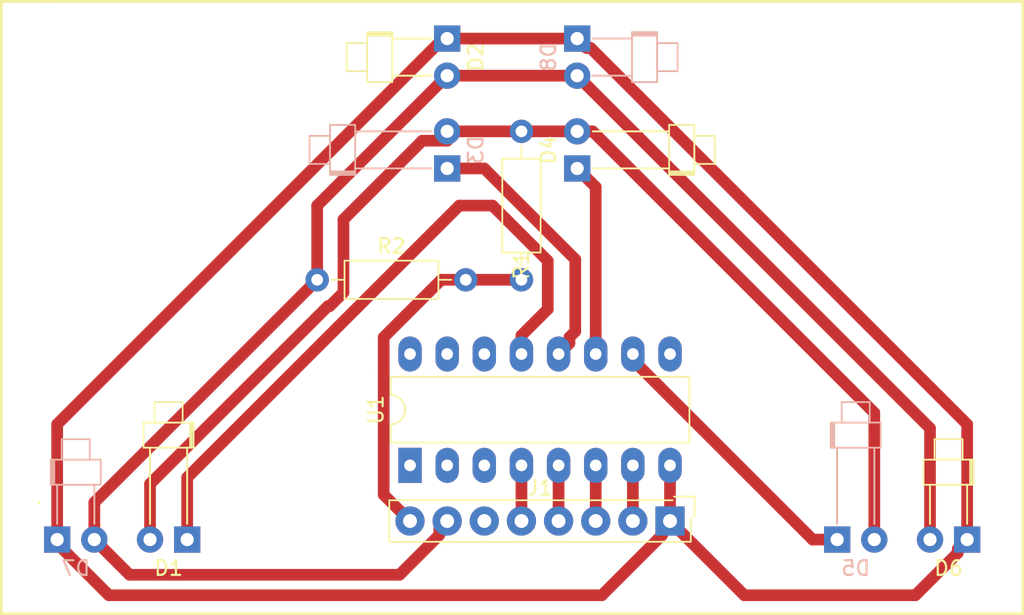
<source format=kicad_pcb>
(kicad_pcb (version 20170123) (host pcbnew no-vcs-found-75cda50~59~ubuntu16.04.1)

  (general
    (thickness 1.6)
    (drawings 7)
    (tracks 75)
    (zones 0)
    (modules 12)
    (nets 21)
  )

  (page A4)
  (layers
    (0 F.Cu signal)
    (31 B.Cu signal)
    (32 B.Adhes user)
    (33 F.Adhes user)
    (34 B.Paste user)
    (35 F.Paste user)
    (36 B.SilkS user)
    (37 F.SilkS user)
    (38 B.Mask user)
    (39 F.Mask user)
    (40 Dwgs.User user)
    (41 Cmts.User user)
    (42 Eco1.User user)
    (43 Eco2.User user)
    (44 Edge.Cuts user)
    (45 Margin user)
    (46 B.CrtYd user)
    (47 F.CrtYd user)
    (48 B.Fab user)
    (49 F.Fab user)
  )

  (setup
    (last_trace_width 0.8)
    (trace_clearance 0.6)
    (zone_clearance 0.508)
    (zone_45_only no)
    (trace_min 0.2)
    (segment_width 0.2)
    (edge_width 0.15)
    (via_size 0.8)
    (via_drill 0.4)
    (via_min_size 0.4)
    (via_min_drill 0.3)
    (uvia_size 0.3)
    (uvia_drill 0.1)
    (uvias_allowed no)
    (uvia_min_size 0.2)
    (uvia_min_drill 0.1)
    (pcb_text_width 0.3)
    (pcb_text_size 1.5 1.5)
    (mod_edge_width 0.15)
    (mod_text_size 1 1)
    (mod_text_width 0.15)
    (pad_size 1.524 1.524)
    (pad_drill 0.762)
    (pad_to_mask_clearance 0.2)
    (aux_axis_origin 0 0)
    (visible_elements FFFFFF7F)
    (pcbplotparams
      (layerselection 0x00030_ffffffff)
      (usegerberextensions false)
      (excludeedgelayer true)
      (linewidth 0.100000)
      (plotframeref false)
      (viasonmask false)
      (mode 1)
      (useauxorigin false)
      (hpglpennumber 1)
      (hpglpenspeed 20)
      (hpglpendiameter 15)
      (psnegative false)
      (psa4output false)
      (plotreference true)
      (plotvalue true)
      (plotinvisibletext false)
      (padsonsilk false)
      (subtractmaskfromsilk false)
      (outputformat 1)
      (mirror false)
      (drillshape 1)
      (scaleselection 1)
      (outputdirectory ""))
  )

  (net 0 "")
  (net 1 "Net-(D1-Pad2)")
  (net 2 "Net-(D1-Pad1)")
  (net 3 GND)
  (net 4 "Net-(D3-Pad1)")
  (net 5 "Net-(D4-Pad1)")
  (net 6 "Net-(D5-Pad1)")
  (net 7 +5V)
  (net 8 LED_FIZQ)
  (net 9 LED_FDER)
  (net 10 LED_IZQ)
  (net 11 "Net-(U1-Pad9)")
  (net 12 LED_DER)
  (net 13 SENSOR)
  (net 14 "Net-(J1-Pad6)")
  (net 15 "Net-(U1-Pad16)")
  (net 16 "Net-(U1-Pad15)")
  (net 17 "Net-(U1-Pad14)")
  (net 18 "Net-(U1-Pad3)")
  (net 19 "Net-(U1-Pad2)")
  (net 20 "Net-(U1-Pad1)")

  (net_class Default "This is the default net class."
    (clearance 0.6)
    (trace_width 0.8)
    (via_dia 0.8)
    (via_drill 0.4)
    (uvia_dia 0.3)
    (uvia_drill 0.1)
    (add_net +5V)
    (add_net GND)
    (add_net LED_DER)
    (add_net LED_FDER)
    (add_net LED_FIZQ)
    (add_net LED_IZQ)
    (add_net "Net-(D1-Pad1)")
    (add_net "Net-(D1-Pad2)")
    (add_net "Net-(D3-Pad1)")
    (add_net "Net-(D4-Pad1)")
    (add_net "Net-(D5-Pad1)")
    (add_net "Net-(J1-Pad6)")
    (add_net "Net-(U1-Pad1)")
    (add_net "Net-(U1-Pad14)")
    (add_net "Net-(U1-Pad15)")
    (add_net "Net-(U1-Pad16)")
    (add_net "Net-(U1-Pad2)")
    (add_net "Net-(U1-Pad3)")
    (add_net "Net-(U1-Pad9)")
    (add_net SENSOR)
  )

  (module LEDs:LED_D1.8mm_W1.8mm_H2.4mm_Horizontal_O6.35mm_Z1.6mm (layer F.Cu) (tedit 5880A863) (tstamp 5C66106B)
    (at 64.77 80.01 180)
    (descr "LED, ,  diameter 1.8mm size 1.8x2.4mm^2 z-position of LED center 1.6mm, 2 pins,  diameter 1.8mm size 1.8x2.4mm^2 z-position of LED center 1.6mm, 2 pins,  diameter 1.8mm size 1.8x2.4mm^2 z-position of LED center 1.6mm, 2 pins")
    (tags "LED   diameter 1.8mm size 1.8x2.4mm^2 z-position of LED center 1.6mm 2 pins  diameter 1.8mm size 1.8x2.4mm^2 z-position of LED center 1.6mm 2 pins  diameter 1.8mm size 1.8x2.4mm^2 z-position of LED center 1.6mm 2 pins")
    (path /5C65AC0F)
    (fp_text reference D1 (at 1.27 -1.96 180) (layer F.SilkS)
      (effects (font (size 1 1) (thickness 0.15)))
    )
    (fp_text value LED_DER (at 1.27 10.41 180) (layer F.Fab)
      (effects (font (size 1 1) (thickness 0.15)))
    )
    (fp_line (start 3.75 -1.25) (end -1.25 -1.25) (layer F.CrtYd) (width 0.05))
    (fp_line (start 3.75 9.7) (end 3.75 -1.25) (layer F.CrtYd) (width 0.05))
    (fp_line (start -1.25 9.7) (end 3.75 9.7) (layer F.CrtYd) (width 0.05))
    (fp_line (start -1.25 -1.25) (end -1.25 9.7) (layer F.CrtYd) (width 0.05))
    (fp_line (start 2.54 1.08) (end 2.54 1.08) (layer F.SilkS) (width 0.12))
    (fp_line (start 2.54 6.29) (end 2.54 1.08) (layer F.SilkS) (width 0.12))
    (fp_line (start 2.54 6.29) (end 2.54 6.29) (layer F.SilkS) (width 0.12))
    (fp_line (start 2.54 1.08) (end 2.54 6.29) (layer F.SilkS) (width 0.12))
    (fp_line (start 0 1.08) (end 0 1.08) (layer F.SilkS) (width 0.12))
    (fp_line (start 0 6.29) (end 0 1.08) (layer F.SilkS) (width 0.12))
    (fp_line (start 0 6.29) (end 0 6.29) (layer F.SilkS) (width 0.12))
    (fp_line (start 0 1.08) (end 0 6.29) (layer F.SilkS) (width 0.12))
    (fp_line (start 2.23 8.01) (end 0.31 8.01) (layer F.SilkS) (width 0.12))
    (fp_line (start 2.23 9.41) (end 2.23 8.01) (layer F.SilkS) (width 0.12))
    (fp_line (start 0.31 9.41) (end 2.23 9.41) (layer F.SilkS) (width 0.12))
    (fp_line (start 0.31 8.01) (end 0.31 9.41) (layer F.SilkS) (width 0.12))
    (fp_line (start -0.2 6.29) (end -0.2 8.01) (layer F.SilkS) (width 0.12))
    (fp_line (start -0.32 6.29) (end -0.32 8.01) (layer F.SilkS) (width 0.12))
    (fp_line (start 2.98 6.29) (end -0.44 6.29) (layer F.SilkS) (width 0.12))
    (fp_line (start 2.98 8.01) (end 2.98 6.29) (layer F.SilkS) (width 0.12))
    (fp_line (start -0.44 8.01) (end 2.98 8.01) (layer F.SilkS) (width 0.12))
    (fp_line (start -0.44 6.29) (end -0.44 8.01) (layer F.SilkS) (width 0.12))
    (fp_line (start 2.54 0) (end 2.54 0) (layer F.Fab) (width 0.1))
    (fp_line (start 2.54 6.35) (end 2.54 0) (layer F.Fab) (width 0.1))
    (fp_line (start 2.54 6.35) (end 2.54 6.35) (layer F.Fab) (width 0.1))
    (fp_line (start 2.54 0) (end 2.54 6.35) (layer F.Fab) (width 0.1))
    (fp_line (start 0 0) (end 0 0) (layer F.Fab) (width 0.1))
    (fp_line (start 0 6.35) (end 0 0) (layer F.Fab) (width 0.1))
    (fp_line (start 0 6.35) (end 0 6.35) (layer F.Fab) (width 0.1))
    (fp_line (start 0 0) (end 0 6.35) (layer F.Fab) (width 0.1))
    (fp_line (start 2.17 7.95) (end 0.37 7.95) (layer F.Fab) (width 0.1))
    (fp_line (start 2.17 9.35) (end 2.17 7.95) (layer F.Fab) (width 0.1))
    (fp_line (start 0.37 9.35) (end 2.17 9.35) (layer F.Fab) (width 0.1))
    (fp_line (start 0.37 7.95) (end 0.37 9.35) (layer F.Fab) (width 0.1))
    (fp_line (start 2.92 6.35) (end -0.38 6.35) (layer F.Fab) (width 0.1))
    (fp_line (start 2.92 7.95) (end 2.92 6.35) (layer F.Fab) (width 0.1))
    (fp_line (start -0.38 7.95) (end 2.92 7.95) (layer F.Fab) (width 0.1))
    (fp_line (start -0.38 6.35) (end -0.38 7.95) (layer F.Fab) (width 0.1))
    (pad 2 thru_hole circle (at 2.54 0 180) (size 1.8 1.8) (drill 0.9) (layers *.Cu *.Mask)
      (net 1 "Net-(D1-Pad2)"))
    (pad 1 thru_hole rect (at 0 0 180) (size 1.8 1.8) (drill 0.9) (layers *.Cu *.Mask)
      (net 2 "Net-(D1-Pad1)"))
    (model ${KISYS3DMOD}/LEDs.3dshapes/LED_D1.8mm_W1.8mm_H2.4mm_Horizontal_O6.35mm_Z1.6mm.wrl
      (at (xyz 0 0 0))
      (scale (xyz 0.393701 0.393701 0.393701))
      (rotate (xyz 0 0 0))
    )
  )

  (module LEDs:LED_D1.8mm_W1.8mm_H2.4mm_Horizontal_O3.81mm_Z1.6mm (layer F.Cu) (tedit 5880A863) (tstamp 5C661097)
    (at 82.55 45.72 270)
    (descr "LED, ,  diameter 1.8mm size 1.8x2.4mm^2 z-position of LED center 1.6mm, 2 pins,  diameter 1.8mm size 1.8x2.4mm^2 z-position of LED center 1.6mm, 2 pins")
    (tags "LED   diameter 1.8mm size 1.8x2.4mm^2 z-position of LED center 1.6mm 2 pins  diameter 1.8mm size 1.8x2.4mm^2 z-position of LED center 1.6mm 2 pins")
    (path /5C61C5FF)
    (fp_text reference D2 (at 1.27 -1.96 270) (layer F.SilkS)
      (effects (font (size 1 1) (thickness 0.15)))
    )
    (fp_text value SENSOR1 (at 1.27 7.87 270) (layer F.Fab)
      (effects (font (size 1 1) (thickness 0.15)))
    )
    (fp_line (start 3.75 -1.25) (end -1.25 -1.25) (layer F.CrtYd) (width 0.05))
    (fp_line (start 3.75 7.15) (end 3.75 -1.25) (layer F.CrtYd) (width 0.05))
    (fp_line (start -1.25 7.15) (end 3.75 7.15) (layer F.CrtYd) (width 0.05))
    (fp_line (start -1.25 -1.25) (end -1.25 7.15) (layer F.CrtYd) (width 0.05))
    (fp_line (start 2.54 1.08) (end 2.54 1.08) (layer F.SilkS) (width 0.12))
    (fp_line (start 2.54 3.75) (end 2.54 1.08) (layer F.SilkS) (width 0.12))
    (fp_line (start 2.54 3.75) (end 2.54 3.75) (layer F.SilkS) (width 0.12))
    (fp_line (start 2.54 1.08) (end 2.54 3.75) (layer F.SilkS) (width 0.12))
    (fp_line (start 0 1.08) (end 0 1.08) (layer F.SilkS) (width 0.12))
    (fp_line (start 0 3.75) (end 0 1.08) (layer F.SilkS) (width 0.12))
    (fp_line (start 0 3.75) (end 0 3.75) (layer F.SilkS) (width 0.12))
    (fp_line (start 0 1.08) (end 0 3.75) (layer F.SilkS) (width 0.12))
    (fp_line (start 2.23 5.47) (end 0.31 5.47) (layer F.SilkS) (width 0.12))
    (fp_line (start 2.23 6.87) (end 2.23 5.47) (layer F.SilkS) (width 0.12))
    (fp_line (start 0.31 6.87) (end 2.23 6.87) (layer F.SilkS) (width 0.12))
    (fp_line (start 0.31 5.47) (end 0.31 6.87) (layer F.SilkS) (width 0.12))
    (fp_line (start -0.2 3.75) (end -0.2 5.47) (layer F.SilkS) (width 0.12))
    (fp_line (start -0.32 3.75) (end -0.32 5.47) (layer F.SilkS) (width 0.12))
    (fp_line (start 2.98 3.75) (end -0.44 3.75) (layer F.SilkS) (width 0.12))
    (fp_line (start 2.98 5.47) (end 2.98 3.75) (layer F.SilkS) (width 0.12))
    (fp_line (start -0.44 5.47) (end 2.98 5.47) (layer F.SilkS) (width 0.12))
    (fp_line (start -0.44 3.75) (end -0.44 5.47) (layer F.SilkS) (width 0.12))
    (fp_line (start 2.54 0) (end 2.54 0) (layer F.Fab) (width 0.1))
    (fp_line (start 2.54 3.81) (end 2.54 0) (layer F.Fab) (width 0.1))
    (fp_line (start 2.54 3.81) (end 2.54 3.81) (layer F.Fab) (width 0.1))
    (fp_line (start 2.54 0) (end 2.54 3.81) (layer F.Fab) (width 0.1))
    (fp_line (start 0 0) (end 0 0) (layer F.Fab) (width 0.1))
    (fp_line (start 0 3.81) (end 0 0) (layer F.Fab) (width 0.1))
    (fp_line (start 0 3.81) (end 0 3.81) (layer F.Fab) (width 0.1))
    (fp_line (start 0 0) (end 0 3.81) (layer F.Fab) (width 0.1))
    (fp_line (start 2.17 5.41) (end 0.37 5.41) (layer F.Fab) (width 0.1))
    (fp_line (start 2.17 6.81) (end 2.17 5.41) (layer F.Fab) (width 0.1))
    (fp_line (start 0.37 6.81) (end 2.17 6.81) (layer F.Fab) (width 0.1))
    (fp_line (start 0.37 5.41) (end 0.37 6.81) (layer F.Fab) (width 0.1))
    (fp_line (start 2.92 3.81) (end -0.38 3.81) (layer F.Fab) (width 0.1))
    (fp_line (start 2.92 5.41) (end 2.92 3.81) (layer F.Fab) (width 0.1))
    (fp_line (start -0.38 5.41) (end 2.92 5.41) (layer F.Fab) (width 0.1))
    (fp_line (start -0.38 3.81) (end -0.38 5.41) (layer F.Fab) (width 0.1))
    (pad 2 thru_hole circle (at 2.54 0 270) (size 1.8 1.8) (drill 0.9) (layers *.Cu *.Mask)
      (net 13 SENSOR))
    (pad 1 thru_hole rect (at 0 0 270) (size 1.8 1.8) (drill 0.9) (layers *.Cu *.Mask)
      (net 3 GND))
    (model ${KISYS3DMOD}/LEDs.3dshapes/LED_D1.8mm_W1.8mm_H2.4mm_Horizontal_O3.81mm_Z1.6mm.wrl
      (at (xyz 0 0 0))
      (scale (xyz 0.393701 0.393701 0.393701))
      (rotate (xyz 0 0 0))
    )
  )

  (module LEDs:LED_D1.8mm_W1.8mm_H2.4mm_Horizontal_O6.35mm_Z1.6mm (layer B.Cu) (tedit 5880A863) (tstamp 5C6610C3)
    (at 82.55 54.61 90)
    (descr "LED, ,  diameter 1.8mm size 1.8x2.4mm^2 z-position of LED center 1.6mm, 2 pins,  diameter 1.8mm size 1.8x2.4mm^2 z-position of LED center 1.6mm, 2 pins,  diameter 1.8mm size 1.8x2.4mm^2 z-position of LED center 1.6mm, 2 pins")
    (tags "LED   diameter 1.8mm size 1.8x2.4mm^2 z-position of LED center 1.6mm 2 pins  diameter 1.8mm size 1.8x2.4mm^2 z-position of LED center 1.6mm 2 pins  diameter 1.8mm size 1.8x2.4mm^2 z-position of LED center 1.6mm 2 pins")
    (path /5C65BD70)
    (fp_text reference D3 (at 1.27 1.96 90) (layer B.SilkS)
      (effects (font (size 1 1) (thickness 0.15)) (justify mirror))
    )
    (fp_text value LED_IZQ (at 1.27 -10.41 90) (layer B.Fab)
      (effects (font (size 1 1) (thickness 0.15)) (justify mirror))
    )
    (fp_line (start -0.38 -6.35) (end -0.38 -7.95) (layer B.Fab) (width 0.1))
    (fp_line (start -0.38 -7.95) (end 2.92 -7.95) (layer B.Fab) (width 0.1))
    (fp_line (start 2.92 -7.95) (end 2.92 -6.35) (layer B.Fab) (width 0.1))
    (fp_line (start 2.92 -6.35) (end -0.38 -6.35) (layer B.Fab) (width 0.1))
    (fp_line (start 0.37 -7.95) (end 0.37 -9.35) (layer B.Fab) (width 0.1))
    (fp_line (start 0.37 -9.35) (end 2.17 -9.35) (layer B.Fab) (width 0.1))
    (fp_line (start 2.17 -9.35) (end 2.17 -7.95) (layer B.Fab) (width 0.1))
    (fp_line (start 2.17 -7.95) (end 0.37 -7.95) (layer B.Fab) (width 0.1))
    (fp_line (start 0 0) (end 0 -6.35) (layer B.Fab) (width 0.1))
    (fp_line (start 0 -6.35) (end 0 -6.35) (layer B.Fab) (width 0.1))
    (fp_line (start 0 -6.35) (end 0 0) (layer B.Fab) (width 0.1))
    (fp_line (start 0 0) (end 0 0) (layer B.Fab) (width 0.1))
    (fp_line (start 2.54 0) (end 2.54 -6.35) (layer B.Fab) (width 0.1))
    (fp_line (start 2.54 -6.35) (end 2.54 -6.35) (layer B.Fab) (width 0.1))
    (fp_line (start 2.54 -6.35) (end 2.54 0) (layer B.Fab) (width 0.1))
    (fp_line (start 2.54 0) (end 2.54 0) (layer B.Fab) (width 0.1))
    (fp_line (start -0.44 -6.29) (end -0.44 -8.01) (layer B.SilkS) (width 0.12))
    (fp_line (start -0.44 -8.01) (end 2.98 -8.01) (layer B.SilkS) (width 0.12))
    (fp_line (start 2.98 -8.01) (end 2.98 -6.29) (layer B.SilkS) (width 0.12))
    (fp_line (start 2.98 -6.29) (end -0.44 -6.29) (layer B.SilkS) (width 0.12))
    (fp_line (start -0.32 -6.29) (end -0.32 -8.01) (layer B.SilkS) (width 0.12))
    (fp_line (start -0.2 -6.29) (end -0.2 -8.01) (layer B.SilkS) (width 0.12))
    (fp_line (start 0.31 -8.01) (end 0.31 -9.41) (layer B.SilkS) (width 0.12))
    (fp_line (start 0.31 -9.41) (end 2.23 -9.41) (layer B.SilkS) (width 0.12))
    (fp_line (start 2.23 -9.41) (end 2.23 -8.01) (layer B.SilkS) (width 0.12))
    (fp_line (start 2.23 -8.01) (end 0.31 -8.01) (layer B.SilkS) (width 0.12))
    (fp_line (start 0 -1.08) (end 0 -6.29) (layer B.SilkS) (width 0.12))
    (fp_line (start 0 -6.29) (end 0 -6.29) (layer B.SilkS) (width 0.12))
    (fp_line (start 0 -6.29) (end 0 -1.08) (layer B.SilkS) (width 0.12))
    (fp_line (start 0 -1.08) (end 0 -1.08) (layer B.SilkS) (width 0.12))
    (fp_line (start 2.54 -1.08) (end 2.54 -6.29) (layer B.SilkS) (width 0.12))
    (fp_line (start 2.54 -6.29) (end 2.54 -6.29) (layer B.SilkS) (width 0.12))
    (fp_line (start 2.54 -6.29) (end 2.54 -1.08) (layer B.SilkS) (width 0.12))
    (fp_line (start 2.54 -1.08) (end 2.54 -1.08) (layer B.SilkS) (width 0.12))
    (fp_line (start -1.25 1.25) (end -1.25 -9.7) (layer B.CrtYd) (width 0.05))
    (fp_line (start -1.25 -9.7) (end 3.75 -9.7) (layer B.CrtYd) (width 0.05))
    (fp_line (start 3.75 -9.7) (end 3.75 1.25) (layer B.CrtYd) (width 0.05))
    (fp_line (start 3.75 1.25) (end -1.25 1.25) (layer B.CrtYd) (width 0.05))
    (pad 1 thru_hole rect (at 0 0 90) (size 1.8 1.8) (drill 0.9) (layers *.Cu *.Mask)
      (net 4 "Net-(D3-Pad1)"))
    (pad 2 thru_hole circle (at 2.54 0 90) (size 1.8 1.8) (drill 0.9) (layers *.Cu *.Mask)
      (net 1 "Net-(D1-Pad2)"))
    (model ${KISYS3DMOD}/LEDs.3dshapes/LED_D1.8mm_W1.8mm_H2.4mm_Horizontal_O6.35mm_Z1.6mm.wrl
      (at (xyz 0 0 0))
      (scale (xyz 0.393701 0.393701 0.393701))
      (rotate (xyz 0 0 0))
    )
  )

  (module LEDs:LED_D1.8mm_W1.8mm_H2.4mm_Horizontal_O6.35mm_Z1.6mm (layer F.Cu) (tedit 5880A863) (tstamp 5C6610EF)
    (at 91.44 54.61 90)
    (descr "LED, ,  diameter 1.8mm size 1.8x2.4mm^2 z-position of LED center 1.6mm, 2 pins,  diameter 1.8mm size 1.8x2.4mm^2 z-position of LED center 1.6mm, 2 pins,  diameter 1.8mm size 1.8x2.4mm^2 z-position of LED center 1.6mm, 2 pins")
    (tags "LED   diameter 1.8mm size 1.8x2.4mm^2 z-position of LED center 1.6mm 2 pins  diameter 1.8mm size 1.8x2.4mm^2 z-position of LED center 1.6mm 2 pins  diameter 1.8mm size 1.8x2.4mm^2 z-position of LED center 1.6mm 2 pins")
    (path /5C65BE9A)
    (fp_text reference D4 (at 1.27 -1.96 90) (layer F.SilkS)
      (effects (font (size 1 1) (thickness 0.15)))
    )
    (fp_text value LED_FDER (at 1.27 10.41 90) (layer F.Fab)
      (effects (font (size 1 1) (thickness 0.15)))
    )
    (fp_line (start 3.75 -1.25) (end -1.25 -1.25) (layer F.CrtYd) (width 0.05))
    (fp_line (start 3.75 9.7) (end 3.75 -1.25) (layer F.CrtYd) (width 0.05))
    (fp_line (start -1.25 9.7) (end 3.75 9.7) (layer F.CrtYd) (width 0.05))
    (fp_line (start -1.25 -1.25) (end -1.25 9.7) (layer F.CrtYd) (width 0.05))
    (fp_line (start 2.54 1.08) (end 2.54 1.08) (layer F.SilkS) (width 0.12))
    (fp_line (start 2.54 6.29) (end 2.54 1.08) (layer F.SilkS) (width 0.12))
    (fp_line (start 2.54 6.29) (end 2.54 6.29) (layer F.SilkS) (width 0.12))
    (fp_line (start 2.54 1.08) (end 2.54 6.29) (layer F.SilkS) (width 0.12))
    (fp_line (start 0 1.08) (end 0 1.08) (layer F.SilkS) (width 0.12))
    (fp_line (start 0 6.29) (end 0 1.08) (layer F.SilkS) (width 0.12))
    (fp_line (start 0 6.29) (end 0 6.29) (layer F.SilkS) (width 0.12))
    (fp_line (start 0 1.08) (end 0 6.29) (layer F.SilkS) (width 0.12))
    (fp_line (start 2.23 8.01) (end 0.31 8.01) (layer F.SilkS) (width 0.12))
    (fp_line (start 2.23 9.41) (end 2.23 8.01) (layer F.SilkS) (width 0.12))
    (fp_line (start 0.31 9.41) (end 2.23 9.41) (layer F.SilkS) (width 0.12))
    (fp_line (start 0.31 8.01) (end 0.31 9.41) (layer F.SilkS) (width 0.12))
    (fp_line (start -0.2 6.29) (end -0.2 8.01) (layer F.SilkS) (width 0.12))
    (fp_line (start -0.32 6.29) (end -0.32 8.01) (layer F.SilkS) (width 0.12))
    (fp_line (start 2.98 6.29) (end -0.44 6.29) (layer F.SilkS) (width 0.12))
    (fp_line (start 2.98 8.01) (end 2.98 6.29) (layer F.SilkS) (width 0.12))
    (fp_line (start -0.44 8.01) (end 2.98 8.01) (layer F.SilkS) (width 0.12))
    (fp_line (start -0.44 6.29) (end -0.44 8.01) (layer F.SilkS) (width 0.12))
    (fp_line (start 2.54 0) (end 2.54 0) (layer F.Fab) (width 0.1))
    (fp_line (start 2.54 6.35) (end 2.54 0) (layer F.Fab) (width 0.1))
    (fp_line (start 2.54 6.35) (end 2.54 6.35) (layer F.Fab) (width 0.1))
    (fp_line (start 2.54 0) (end 2.54 6.35) (layer F.Fab) (width 0.1))
    (fp_line (start 0 0) (end 0 0) (layer F.Fab) (width 0.1))
    (fp_line (start 0 6.35) (end 0 0) (layer F.Fab) (width 0.1))
    (fp_line (start 0 6.35) (end 0 6.35) (layer F.Fab) (width 0.1))
    (fp_line (start 0 0) (end 0 6.35) (layer F.Fab) (width 0.1))
    (fp_line (start 2.17 7.95) (end 0.37 7.95) (layer F.Fab) (width 0.1))
    (fp_line (start 2.17 9.35) (end 2.17 7.95) (layer F.Fab) (width 0.1))
    (fp_line (start 0.37 9.35) (end 2.17 9.35) (layer F.Fab) (width 0.1))
    (fp_line (start 0.37 7.95) (end 0.37 9.35) (layer F.Fab) (width 0.1))
    (fp_line (start 2.92 6.35) (end -0.38 6.35) (layer F.Fab) (width 0.1))
    (fp_line (start 2.92 7.95) (end 2.92 6.35) (layer F.Fab) (width 0.1))
    (fp_line (start -0.38 7.95) (end 2.92 7.95) (layer F.Fab) (width 0.1))
    (fp_line (start -0.38 6.35) (end -0.38 7.95) (layer F.Fab) (width 0.1))
    (pad 2 thru_hole circle (at 2.54 0 90) (size 1.8 1.8) (drill 0.9) (layers *.Cu *.Mask)
      (net 1 "Net-(D1-Pad2)"))
    (pad 1 thru_hole rect (at 0 0 90) (size 1.8 1.8) (drill 0.9) (layers *.Cu *.Mask)
      (net 5 "Net-(D4-Pad1)"))
    (model ${KISYS3DMOD}/LEDs.3dshapes/LED_D1.8mm_W1.8mm_H2.4mm_Horizontal_O6.35mm_Z1.6mm.wrl
      (at (xyz 0 0 0))
      (scale (xyz 0.393701 0.393701 0.393701))
      (rotate (xyz 0 0 0))
    )
  )

  (module LEDs:LED_D1.8mm_W1.8mm_H2.4mm_Horizontal_O6.35mm_Z1.6mm (layer B.Cu) (tedit 5880A863) (tstamp 5C66111B)
    (at 109.22 80.01)
    (descr "LED, ,  diameter 1.8mm size 1.8x2.4mm^2 z-position of LED center 1.6mm, 2 pins,  diameter 1.8mm size 1.8x2.4mm^2 z-position of LED center 1.6mm, 2 pins,  diameter 1.8mm size 1.8x2.4mm^2 z-position of LED center 1.6mm, 2 pins")
    (tags "LED   diameter 1.8mm size 1.8x2.4mm^2 z-position of LED center 1.6mm 2 pins  diameter 1.8mm size 1.8x2.4mm^2 z-position of LED center 1.6mm 2 pins  diameter 1.8mm size 1.8x2.4mm^2 z-position of LED center 1.6mm 2 pins")
    (path /5C65BEE6)
    (fp_text reference D5 (at 1.27 1.96) (layer B.SilkS)
      (effects (font (size 1 1) (thickness 0.15)) (justify mirror))
    )
    (fp_text value LED_FIZQ (at 1.27 -10.41) (layer B.Fab)
      (effects (font (size 1 1) (thickness 0.15)) (justify mirror))
    )
    (fp_line (start -0.38 -6.35) (end -0.38 -7.95) (layer B.Fab) (width 0.1))
    (fp_line (start -0.38 -7.95) (end 2.92 -7.95) (layer B.Fab) (width 0.1))
    (fp_line (start 2.92 -7.95) (end 2.92 -6.35) (layer B.Fab) (width 0.1))
    (fp_line (start 2.92 -6.35) (end -0.38 -6.35) (layer B.Fab) (width 0.1))
    (fp_line (start 0.37 -7.95) (end 0.37 -9.35) (layer B.Fab) (width 0.1))
    (fp_line (start 0.37 -9.35) (end 2.17 -9.35) (layer B.Fab) (width 0.1))
    (fp_line (start 2.17 -9.35) (end 2.17 -7.95) (layer B.Fab) (width 0.1))
    (fp_line (start 2.17 -7.95) (end 0.37 -7.95) (layer B.Fab) (width 0.1))
    (fp_line (start 0 0) (end 0 -6.35) (layer B.Fab) (width 0.1))
    (fp_line (start 0 -6.35) (end 0 -6.35) (layer B.Fab) (width 0.1))
    (fp_line (start 0 -6.35) (end 0 0) (layer B.Fab) (width 0.1))
    (fp_line (start 0 0) (end 0 0) (layer B.Fab) (width 0.1))
    (fp_line (start 2.54 0) (end 2.54 -6.35) (layer B.Fab) (width 0.1))
    (fp_line (start 2.54 -6.35) (end 2.54 -6.35) (layer B.Fab) (width 0.1))
    (fp_line (start 2.54 -6.35) (end 2.54 0) (layer B.Fab) (width 0.1))
    (fp_line (start 2.54 0) (end 2.54 0) (layer B.Fab) (width 0.1))
    (fp_line (start -0.44 -6.29) (end -0.44 -8.01) (layer B.SilkS) (width 0.12))
    (fp_line (start -0.44 -8.01) (end 2.98 -8.01) (layer B.SilkS) (width 0.12))
    (fp_line (start 2.98 -8.01) (end 2.98 -6.29) (layer B.SilkS) (width 0.12))
    (fp_line (start 2.98 -6.29) (end -0.44 -6.29) (layer B.SilkS) (width 0.12))
    (fp_line (start -0.32 -6.29) (end -0.32 -8.01) (layer B.SilkS) (width 0.12))
    (fp_line (start -0.2 -6.29) (end -0.2 -8.01) (layer B.SilkS) (width 0.12))
    (fp_line (start 0.31 -8.01) (end 0.31 -9.41) (layer B.SilkS) (width 0.12))
    (fp_line (start 0.31 -9.41) (end 2.23 -9.41) (layer B.SilkS) (width 0.12))
    (fp_line (start 2.23 -9.41) (end 2.23 -8.01) (layer B.SilkS) (width 0.12))
    (fp_line (start 2.23 -8.01) (end 0.31 -8.01) (layer B.SilkS) (width 0.12))
    (fp_line (start 0 -1.08) (end 0 -6.29) (layer B.SilkS) (width 0.12))
    (fp_line (start 0 -6.29) (end 0 -6.29) (layer B.SilkS) (width 0.12))
    (fp_line (start 0 -6.29) (end 0 -1.08) (layer B.SilkS) (width 0.12))
    (fp_line (start 0 -1.08) (end 0 -1.08) (layer B.SilkS) (width 0.12))
    (fp_line (start 2.54 -1.08) (end 2.54 -6.29) (layer B.SilkS) (width 0.12))
    (fp_line (start 2.54 -6.29) (end 2.54 -6.29) (layer B.SilkS) (width 0.12))
    (fp_line (start 2.54 -6.29) (end 2.54 -1.08) (layer B.SilkS) (width 0.12))
    (fp_line (start 2.54 -1.08) (end 2.54 -1.08) (layer B.SilkS) (width 0.12))
    (fp_line (start -1.25 1.25) (end -1.25 -9.7) (layer B.CrtYd) (width 0.05))
    (fp_line (start -1.25 -9.7) (end 3.75 -9.7) (layer B.CrtYd) (width 0.05))
    (fp_line (start 3.75 -9.7) (end 3.75 1.25) (layer B.CrtYd) (width 0.05))
    (fp_line (start 3.75 1.25) (end -1.25 1.25) (layer B.CrtYd) (width 0.05))
    (pad 1 thru_hole rect (at 0 0) (size 1.8 1.8) (drill 0.9) (layers *.Cu *.Mask)
      (net 6 "Net-(D5-Pad1)"))
    (pad 2 thru_hole circle (at 2.54 0) (size 1.8 1.8) (drill 0.9) (layers *.Cu *.Mask)
      (net 1 "Net-(D1-Pad2)"))
    (model ${KISYS3DMOD}/LEDs.3dshapes/LED_D1.8mm_W1.8mm_H2.4mm_Horizontal_O6.35mm_Z1.6mm.wrl
      (at (xyz 0 0 0))
      (scale (xyz 0.393701 0.393701 0.393701))
      (rotate (xyz 0 0 0))
    )
  )

  (module LEDs:LED_D1.8mm_W1.8mm_H2.4mm_Horizontal_O3.81mm_Z1.6mm (layer F.Cu) (tedit 5880A863) (tstamp 5C661147)
    (at 118.11 80.01 180)
    (descr "LED, ,  diameter 1.8mm size 1.8x2.4mm^2 z-position of LED center 1.6mm, 2 pins,  diameter 1.8mm size 1.8x2.4mm^2 z-position of LED center 1.6mm, 2 pins")
    (tags "LED   diameter 1.8mm size 1.8x2.4mm^2 z-position of LED center 1.6mm 2 pins  diameter 1.8mm size 1.8x2.4mm^2 z-position of LED center 1.6mm 2 pins")
    (path /5C65C0E3)
    (fp_text reference D6 (at 1.27 -1.96 180) (layer F.SilkS)
      (effects (font (size 1 1) (thickness 0.15)))
    )
    (fp_text value SENSOR2 (at 1.27 7.87 180) (layer F.Fab)
      (effects (font (size 1 1) (thickness 0.15)))
    )
    (fp_line (start -0.38 3.81) (end -0.38 5.41) (layer F.Fab) (width 0.1))
    (fp_line (start -0.38 5.41) (end 2.92 5.41) (layer F.Fab) (width 0.1))
    (fp_line (start 2.92 5.41) (end 2.92 3.81) (layer F.Fab) (width 0.1))
    (fp_line (start 2.92 3.81) (end -0.38 3.81) (layer F.Fab) (width 0.1))
    (fp_line (start 0.37 5.41) (end 0.37 6.81) (layer F.Fab) (width 0.1))
    (fp_line (start 0.37 6.81) (end 2.17 6.81) (layer F.Fab) (width 0.1))
    (fp_line (start 2.17 6.81) (end 2.17 5.41) (layer F.Fab) (width 0.1))
    (fp_line (start 2.17 5.41) (end 0.37 5.41) (layer F.Fab) (width 0.1))
    (fp_line (start 0 0) (end 0 3.81) (layer F.Fab) (width 0.1))
    (fp_line (start 0 3.81) (end 0 3.81) (layer F.Fab) (width 0.1))
    (fp_line (start 0 3.81) (end 0 0) (layer F.Fab) (width 0.1))
    (fp_line (start 0 0) (end 0 0) (layer F.Fab) (width 0.1))
    (fp_line (start 2.54 0) (end 2.54 3.81) (layer F.Fab) (width 0.1))
    (fp_line (start 2.54 3.81) (end 2.54 3.81) (layer F.Fab) (width 0.1))
    (fp_line (start 2.54 3.81) (end 2.54 0) (layer F.Fab) (width 0.1))
    (fp_line (start 2.54 0) (end 2.54 0) (layer F.Fab) (width 0.1))
    (fp_line (start -0.44 3.75) (end -0.44 5.47) (layer F.SilkS) (width 0.12))
    (fp_line (start -0.44 5.47) (end 2.98 5.47) (layer F.SilkS) (width 0.12))
    (fp_line (start 2.98 5.47) (end 2.98 3.75) (layer F.SilkS) (width 0.12))
    (fp_line (start 2.98 3.75) (end -0.44 3.75) (layer F.SilkS) (width 0.12))
    (fp_line (start -0.32 3.75) (end -0.32 5.47) (layer F.SilkS) (width 0.12))
    (fp_line (start -0.2 3.75) (end -0.2 5.47) (layer F.SilkS) (width 0.12))
    (fp_line (start 0.31 5.47) (end 0.31 6.87) (layer F.SilkS) (width 0.12))
    (fp_line (start 0.31 6.87) (end 2.23 6.87) (layer F.SilkS) (width 0.12))
    (fp_line (start 2.23 6.87) (end 2.23 5.47) (layer F.SilkS) (width 0.12))
    (fp_line (start 2.23 5.47) (end 0.31 5.47) (layer F.SilkS) (width 0.12))
    (fp_line (start 0 1.08) (end 0 3.75) (layer F.SilkS) (width 0.12))
    (fp_line (start 0 3.75) (end 0 3.75) (layer F.SilkS) (width 0.12))
    (fp_line (start 0 3.75) (end 0 1.08) (layer F.SilkS) (width 0.12))
    (fp_line (start 0 1.08) (end 0 1.08) (layer F.SilkS) (width 0.12))
    (fp_line (start 2.54 1.08) (end 2.54 3.75) (layer F.SilkS) (width 0.12))
    (fp_line (start 2.54 3.75) (end 2.54 3.75) (layer F.SilkS) (width 0.12))
    (fp_line (start 2.54 3.75) (end 2.54 1.08) (layer F.SilkS) (width 0.12))
    (fp_line (start 2.54 1.08) (end 2.54 1.08) (layer F.SilkS) (width 0.12))
    (fp_line (start -1.25 -1.25) (end -1.25 7.15) (layer F.CrtYd) (width 0.05))
    (fp_line (start -1.25 7.15) (end 3.75 7.15) (layer F.CrtYd) (width 0.05))
    (fp_line (start 3.75 7.15) (end 3.75 -1.25) (layer F.CrtYd) (width 0.05))
    (fp_line (start 3.75 -1.25) (end -1.25 -1.25) (layer F.CrtYd) (width 0.05))
    (pad 1 thru_hole rect (at 0 0 180) (size 1.8 1.8) (drill 0.9) (layers *.Cu *.Mask)
      (net 3 GND))
    (pad 2 thru_hole circle (at 2.54 0 180) (size 1.8 1.8) (drill 0.9) (layers *.Cu *.Mask)
      (net 13 SENSOR))
    (model ${KISYS3DMOD}/LEDs.3dshapes/LED_D1.8mm_W1.8mm_H2.4mm_Horizontal_O3.81mm_Z1.6mm.wrl
      (at (xyz 0 0 0))
      (scale (xyz 0.393701 0.393701 0.393701))
      (rotate (xyz 0 0 0))
    )
  )

  (module LEDs:LED_D1.8mm_W1.8mm_H2.4mm_Horizontal_O3.81mm_Z1.6mm (layer B.Cu) (tedit 5880A863) (tstamp 5C661173)
    (at 55.88 80.01)
    (descr "LED, ,  diameter 1.8mm size 1.8x2.4mm^2 z-position of LED center 1.6mm, 2 pins,  diameter 1.8mm size 1.8x2.4mm^2 z-position of LED center 1.6mm, 2 pins")
    (tags "LED   diameter 1.8mm size 1.8x2.4mm^2 z-position of LED center 1.6mm 2 pins  diameter 1.8mm size 1.8x2.4mm^2 z-position of LED center 1.6mm 2 pins")
    (path /5C65C0F4)
    (fp_text reference D7 (at 1.27 1.96) (layer B.SilkS)
      (effects (font (size 1 1) (thickness 0.15)) (justify mirror))
    )
    (fp_text value SENSOR3 (at 1.27 -7.87) (layer B.Fab)
      (effects (font (size 1 1) (thickness 0.15)) (justify mirror))
    )
    (fp_line (start 3.75 1.25) (end -1.25 1.25) (layer B.CrtYd) (width 0.05))
    (fp_line (start 3.75 -7.15) (end 3.75 1.25) (layer B.CrtYd) (width 0.05))
    (fp_line (start -1.25 -7.15) (end 3.75 -7.15) (layer B.CrtYd) (width 0.05))
    (fp_line (start -1.25 1.25) (end -1.25 -7.15) (layer B.CrtYd) (width 0.05))
    (fp_line (start 2.54 -1.08) (end 2.54 -1.08) (layer B.SilkS) (width 0.12))
    (fp_line (start 2.54 -3.75) (end 2.54 -1.08) (layer B.SilkS) (width 0.12))
    (fp_line (start 2.54 -3.75) (end 2.54 -3.75) (layer B.SilkS) (width 0.12))
    (fp_line (start 2.54 -1.08) (end 2.54 -3.75) (layer B.SilkS) (width 0.12))
    (fp_line (start 0 -1.08) (end 0 -1.08) (layer B.SilkS) (width 0.12))
    (fp_line (start 0 -3.75) (end 0 -1.08) (layer B.SilkS) (width 0.12))
    (fp_line (start 0 -3.75) (end 0 -3.75) (layer B.SilkS) (width 0.12))
    (fp_line (start 0 -1.08) (end 0 -3.75) (layer B.SilkS) (width 0.12))
    (fp_line (start 2.23 -5.47) (end 0.31 -5.47) (layer B.SilkS) (width 0.12))
    (fp_line (start 2.23 -6.87) (end 2.23 -5.47) (layer B.SilkS) (width 0.12))
    (fp_line (start 0.31 -6.87) (end 2.23 -6.87) (layer B.SilkS) (width 0.12))
    (fp_line (start 0.31 -5.47) (end 0.31 -6.87) (layer B.SilkS) (width 0.12))
    (fp_line (start -0.2 -3.75) (end -0.2 -5.47) (layer B.SilkS) (width 0.12))
    (fp_line (start -0.32 -3.75) (end -0.32 -5.47) (layer B.SilkS) (width 0.12))
    (fp_line (start 2.98 -3.75) (end -0.44 -3.75) (layer B.SilkS) (width 0.12))
    (fp_line (start 2.98 -5.47) (end 2.98 -3.75) (layer B.SilkS) (width 0.12))
    (fp_line (start -0.44 -5.47) (end 2.98 -5.47) (layer B.SilkS) (width 0.12))
    (fp_line (start -0.44 -3.75) (end -0.44 -5.47) (layer B.SilkS) (width 0.12))
    (fp_line (start 2.54 0) (end 2.54 0) (layer B.Fab) (width 0.1))
    (fp_line (start 2.54 -3.81) (end 2.54 0) (layer B.Fab) (width 0.1))
    (fp_line (start 2.54 -3.81) (end 2.54 -3.81) (layer B.Fab) (width 0.1))
    (fp_line (start 2.54 0) (end 2.54 -3.81) (layer B.Fab) (width 0.1))
    (fp_line (start 0 0) (end 0 0) (layer B.Fab) (width 0.1))
    (fp_line (start 0 -3.81) (end 0 0) (layer B.Fab) (width 0.1))
    (fp_line (start 0 -3.81) (end 0 -3.81) (layer B.Fab) (width 0.1))
    (fp_line (start 0 0) (end 0 -3.81) (layer B.Fab) (width 0.1))
    (fp_line (start 2.17 -5.41) (end 0.37 -5.41) (layer B.Fab) (width 0.1))
    (fp_line (start 2.17 -6.81) (end 2.17 -5.41) (layer B.Fab) (width 0.1))
    (fp_line (start 0.37 -6.81) (end 2.17 -6.81) (layer B.Fab) (width 0.1))
    (fp_line (start 0.37 -5.41) (end 0.37 -6.81) (layer B.Fab) (width 0.1))
    (fp_line (start 2.92 -3.81) (end -0.38 -3.81) (layer B.Fab) (width 0.1))
    (fp_line (start 2.92 -5.41) (end 2.92 -3.81) (layer B.Fab) (width 0.1))
    (fp_line (start -0.38 -5.41) (end 2.92 -5.41) (layer B.Fab) (width 0.1))
    (fp_line (start -0.38 -3.81) (end -0.38 -5.41) (layer B.Fab) (width 0.1))
    (pad 2 thru_hole circle (at 2.54 0) (size 1.8 1.8) (drill 0.9) (layers *.Cu *.Mask)
      (net 13 SENSOR))
    (pad 1 thru_hole rect (at 0 0) (size 1.8 1.8) (drill 0.9) (layers *.Cu *.Mask)
      (net 3 GND))
    (model ${KISYS3DMOD}/LEDs.3dshapes/LED_D1.8mm_W1.8mm_H2.4mm_Horizontal_O3.81mm_Z1.6mm.wrl
      (at (xyz 0 0 0))
      (scale (xyz 0.393701 0.393701 0.393701))
      (rotate (xyz 0 0 0))
    )
  )

  (module LEDs:LED_D1.8mm_W1.8mm_H2.4mm_Horizontal_O3.81mm_Z1.6mm (layer B.Cu) (tedit 5880A863) (tstamp 5C66119F)
    (at 91.44 45.72 270)
    (descr "LED, ,  diameter 1.8mm size 1.8x2.4mm^2 z-position of LED center 1.6mm, 2 pins,  diameter 1.8mm size 1.8x2.4mm^2 z-position of LED center 1.6mm, 2 pins")
    (tags "LED   diameter 1.8mm size 1.8x2.4mm^2 z-position of LED center 1.6mm 2 pins  diameter 1.8mm size 1.8x2.4mm^2 z-position of LED center 1.6mm 2 pins")
    (path /5C65C105)
    (fp_text reference D8 (at 1.27 1.96 270) (layer B.SilkS)
      (effects (font (size 1 1) (thickness 0.15)) (justify mirror))
    )
    (fp_text value SENSOR4 (at 1.27 -7.87 270) (layer B.Fab)
      (effects (font (size 1 1) (thickness 0.15)) (justify mirror))
    )
    (fp_line (start -0.38 -3.81) (end -0.38 -5.41) (layer B.Fab) (width 0.1))
    (fp_line (start -0.38 -5.41) (end 2.92 -5.41) (layer B.Fab) (width 0.1))
    (fp_line (start 2.92 -5.41) (end 2.92 -3.81) (layer B.Fab) (width 0.1))
    (fp_line (start 2.92 -3.81) (end -0.38 -3.81) (layer B.Fab) (width 0.1))
    (fp_line (start 0.37 -5.41) (end 0.37 -6.81) (layer B.Fab) (width 0.1))
    (fp_line (start 0.37 -6.81) (end 2.17 -6.81) (layer B.Fab) (width 0.1))
    (fp_line (start 2.17 -6.81) (end 2.17 -5.41) (layer B.Fab) (width 0.1))
    (fp_line (start 2.17 -5.41) (end 0.37 -5.41) (layer B.Fab) (width 0.1))
    (fp_line (start 0 0) (end 0 -3.81) (layer B.Fab) (width 0.1))
    (fp_line (start 0 -3.81) (end 0 -3.81) (layer B.Fab) (width 0.1))
    (fp_line (start 0 -3.81) (end 0 0) (layer B.Fab) (width 0.1))
    (fp_line (start 0 0) (end 0 0) (layer B.Fab) (width 0.1))
    (fp_line (start 2.54 0) (end 2.54 -3.81) (layer B.Fab) (width 0.1))
    (fp_line (start 2.54 -3.81) (end 2.54 -3.81) (layer B.Fab) (width 0.1))
    (fp_line (start 2.54 -3.81) (end 2.54 0) (layer B.Fab) (width 0.1))
    (fp_line (start 2.54 0) (end 2.54 0) (layer B.Fab) (width 0.1))
    (fp_line (start -0.44 -3.75) (end -0.44 -5.47) (layer B.SilkS) (width 0.12))
    (fp_line (start -0.44 -5.47) (end 2.98 -5.47) (layer B.SilkS) (width 0.12))
    (fp_line (start 2.98 -5.47) (end 2.98 -3.75) (layer B.SilkS) (width 0.12))
    (fp_line (start 2.98 -3.75) (end -0.44 -3.75) (layer B.SilkS) (width 0.12))
    (fp_line (start -0.32 -3.75) (end -0.32 -5.47) (layer B.SilkS) (width 0.12))
    (fp_line (start -0.2 -3.75) (end -0.2 -5.47) (layer B.SilkS) (width 0.12))
    (fp_line (start 0.31 -5.47) (end 0.31 -6.87) (layer B.SilkS) (width 0.12))
    (fp_line (start 0.31 -6.87) (end 2.23 -6.87) (layer B.SilkS) (width 0.12))
    (fp_line (start 2.23 -6.87) (end 2.23 -5.47) (layer B.SilkS) (width 0.12))
    (fp_line (start 2.23 -5.47) (end 0.31 -5.47) (layer B.SilkS) (width 0.12))
    (fp_line (start 0 -1.08) (end 0 -3.75) (layer B.SilkS) (width 0.12))
    (fp_line (start 0 -3.75) (end 0 -3.75) (layer B.SilkS) (width 0.12))
    (fp_line (start 0 -3.75) (end 0 -1.08) (layer B.SilkS) (width 0.12))
    (fp_line (start 0 -1.08) (end 0 -1.08) (layer B.SilkS) (width 0.12))
    (fp_line (start 2.54 -1.08) (end 2.54 -3.75) (layer B.SilkS) (width 0.12))
    (fp_line (start 2.54 -3.75) (end 2.54 -3.75) (layer B.SilkS) (width 0.12))
    (fp_line (start 2.54 -3.75) (end 2.54 -1.08) (layer B.SilkS) (width 0.12))
    (fp_line (start 2.54 -1.08) (end 2.54 -1.08) (layer B.SilkS) (width 0.12))
    (fp_line (start -1.25 1.25) (end -1.25 -7.15) (layer B.CrtYd) (width 0.05))
    (fp_line (start -1.25 -7.15) (end 3.75 -7.15) (layer B.CrtYd) (width 0.05))
    (fp_line (start 3.75 -7.15) (end 3.75 1.25) (layer B.CrtYd) (width 0.05))
    (fp_line (start 3.75 1.25) (end -1.25 1.25) (layer B.CrtYd) (width 0.05))
    (pad 1 thru_hole rect (at 0 0 270) (size 1.8 1.8) (drill 0.9) (layers *.Cu *.Mask)
      (net 3 GND))
    (pad 2 thru_hole circle (at 2.54 0 270) (size 1.8 1.8) (drill 0.9) (layers *.Cu *.Mask)
      (net 13 SENSOR))
    (model ${KISYS3DMOD}/LEDs.3dshapes/LED_D1.8mm_W1.8mm_H2.4mm_Horizontal_O3.81mm_Z1.6mm.wrl
      (at (xyz 0 0 0))
      (scale (xyz 0.393701 0.393701 0.393701))
      (rotate (xyz 0 0 0))
    )
  )

  (module Resistors_THT:R_Axial_DIN0207_L6.3mm_D2.5mm_P10.16mm_Horizontal (layer F.Cu) (tedit 5874F706) (tstamp 5C6611B5)
    (at 87.63 62.23 90)
    (descr "Resistor, Axial_DIN0207 series, Axial, Horizontal, pin pitch=10.16mm, 0.25W = 1/4W, length*diameter=6.3*2.5mm^2, http://cdn-reichelt.de/documents/datenblatt/B400/1_4W%23YAG.pdf")
    (tags "Resistor Axial_DIN0207 series Axial Horizontal pin pitch 10.16mm 0.25W = 1/4W length 6.3mm diameter 2.5mm")
    (path /5C65AB79)
    (fp_text reference R1 (at 0.98 0 90) (layer F.SilkS)
      (effects (font (size 1 1) (thickness 0.15)))
    )
    (fp_text value "50 ohm" (at 5.08 2.31 90) (layer F.Fab)
      (effects (font (size 1 1) (thickness 0.15)))
    )
    (fp_line (start 1.93 -1.25) (end 1.93 1.25) (layer F.Fab) (width 0.1))
    (fp_line (start 1.93 1.25) (end 8.23 1.25) (layer F.Fab) (width 0.1))
    (fp_line (start 8.23 1.25) (end 8.23 -1.25) (layer F.Fab) (width 0.1))
    (fp_line (start 8.23 -1.25) (end 1.93 -1.25) (layer F.Fab) (width 0.1))
    (fp_line (start 0 0) (end 1.93 0) (layer F.Fab) (width 0.1))
    (fp_line (start 10.16 0) (end 8.23 0) (layer F.Fab) (width 0.1))
    (fp_line (start 1.87 -1.31) (end 1.87 1.31) (layer F.SilkS) (width 0.12))
    (fp_line (start 1.87 1.31) (end 8.29 1.31) (layer F.SilkS) (width 0.12))
    (fp_line (start 8.29 1.31) (end 8.29 -1.31) (layer F.SilkS) (width 0.12))
    (fp_line (start 8.29 -1.31) (end 1.87 -1.31) (layer F.SilkS) (width 0.12))
    (fp_line (start 0.98 0) (end 1.87 0) (layer F.SilkS) (width 0.12))
    (fp_line (start 9.18 0) (end 8.29 0) (layer F.SilkS) (width 0.12))
    (fp_line (start -1.05 -1.6) (end -1.05 1.6) (layer F.CrtYd) (width 0.05))
    (fp_line (start -1.05 1.6) (end 11.25 1.6) (layer F.CrtYd) (width 0.05))
    (fp_line (start 11.25 1.6) (end 11.25 -1.6) (layer F.CrtYd) (width 0.05))
    (fp_line (start 11.25 -1.6) (end -1.05 -1.6) (layer F.CrtYd) (width 0.05))
    (pad 1 thru_hole circle (at 0 0 90) (size 1.6 1.6) (drill 0.8) (layers *.Cu *.Mask)
      (net 7 +5V))
    (pad 2 thru_hole oval (at 10.16 0 90) (size 1.6 1.6) (drill 0.8) (layers *.Cu *.Mask)
      (net 1 "Net-(D1-Pad2)"))
    (model ${KISYS3DMOD}/Resistors_THT.3dshapes/R_Axial_DIN0207_L6.3mm_D2.5mm_P10.16mm_Horizontal.wrl
      (at (xyz 0 0 0))
      (scale (xyz 0.393701 0.393701 0.393701))
      (rotate (xyz 0 0 0))
    )
  )

  (module Resistors_THT:R_Axial_DIN0207_L6.3mm_D2.5mm_P10.16mm_Horizontal (layer F.Cu) (tedit 5874F706) (tstamp 5C6611CB)
    (at 73.66 62.23)
    (descr "Resistor, Axial_DIN0207 series, Axial, Horizontal, pin pitch=10.16mm, 0.25W = 1/4W, length*diameter=6.3*2.5mm^2, http://cdn-reichelt.de/documents/datenblatt/B400/1_4W%23YAG.pdf")
    (tags "Resistor Axial_DIN0207 series Axial Horizontal pin pitch 10.16mm 0.25W = 1/4W length 6.3mm diameter 2.5mm")
    (path /5C61C6BE)
    (fp_text reference R2 (at 5.08 -2.31) (layer F.SilkS)
      (effects (font (size 1 1) (thickness 0.15)))
    )
    (fp_text value 10K (at 5.08 2.31) (layer F.Fab)
      (effects (font (size 1 1) (thickness 0.15)))
    )
    (fp_line (start 11.25 -1.6) (end -1.05 -1.6) (layer F.CrtYd) (width 0.05))
    (fp_line (start 11.25 1.6) (end 11.25 -1.6) (layer F.CrtYd) (width 0.05))
    (fp_line (start -1.05 1.6) (end 11.25 1.6) (layer F.CrtYd) (width 0.05))
    (fp_line (start -1.05 -1.6) (end -1.05 1.6) (layer F.CrtYd) (width 0.05))
    (fp_line (start 9.18 0) (end 8.29 0) (layer F.SilkS) (width 0.12))
    (fp_line (start 0.98 0) (end 1.87 0) (layer F.SilkS) (width 0.12))
    (fp_line (start 8.29 -1.31) (end 1.87 -1.31) (layer F.SilkS) (width 0.12))
    (fp_line (start 8.29 1.31) (end 8.29 -1.31) (layer F.SilkS) (width 0.12))
    (fp_line (start 1.87 1.31) (end 8.29 1.31) (layer F.SilkS) (width 0.12))
    (fp_line (start 1.87 -1.31) (end 1.87 1.31) (layer F.SilkS) (width 0.12))
    (fp_line (start 10.16 0) (end 8.23 0) (layer F.Fab) (width 0.1))
    (fp_line (start 0 0) (end 1.93 0) (layer F.Fab) (width 0.1))
    (fp_line (start 8.23 -1.25) (end 1.93 -1.25) (layer F.Fab) (width 0.1))
    (fp_line (start 8.23 1.25) (end 8.23 -1.25) (layer F.Fab) (width 0.1))
    (fp_line (start 1.93 1.25) (end 8.23 1.25) (layer F.Fab) (width 0.1))
    (fp_line (start 1.93 -1.25) (end 1.93 1.25) (layer F.Fab) (width 0.1))
    (pad 2 thru_hole oval (at 10.16 0) (size 1.6 1.6) (drill 0.8) (layers *.Cu *.Mask)
      (net 7 +5V))
    (pad 1 thru_hole circle (at 0 0) (size 1.6 1.6) (drill 0.8) (layers *.Cu *.Mask)
      (net 13 SENSOR))
    (model ${KISYS3DMOD}/Resistors_THT.3dshapes/R_Axial_DIN0207_L6.3mm_D2.5mm_P10.16mm_Horizontal.wrl
      (at (xyz 0 0 0))
      (scale (xyz 0.393701 0.393701 0.393701))
      (rotate (xyz 0 0 0))
    )
  )

  (module Housings_DIP:DIP-16_W7.62mm_LongPads (layer F.Cu) (tedit 59C78D6B) (tstamp 5C6611EF)
    (at 80.01 74.93 90)
    (descr "16-lead though-hole mounted DIP package, row spacing 7.62 mm (300 mils), LongPads")
    (tags "THT DIP DIL PDIP 2.54mm 7.62mm 300mil LongPads")
    (path /5C65A7BF)
    (fp_text reference U1 (at 3.81 -2.33 90) (layer F.SilkS)
      (effects (font (size 1 1) (thickness 0.15)))
    )
    (fp_text value ULN2003 (at 3.81 20.11 90) (layer F.Fab)
      (effects (font (size 1 1) (thickness 0.15)))
    )
    (fp_text user %R (at 3.81 8.89 90) (layer F.Fab)
      (effects (font (size 1 1) (thickness 0.15)))
    )
    (fp_line (start 9.1 -1.55) (end -1.45 -1.55) (layer F.CrtYd) (width 0.05))
    (fp_line (start 9.1 19.3) (end 9.1 -1.55) (layer F.CrtYd) (width 0.05))
    (fp_line (start -1.45 19.3) (end 9.1 19.3) (layer F.CrtYd) (width 0.05))
    (fp_line (start -1.45 -1.55) (end -1.45 19.3) (layer F.CrtYd) (width 0.05))
    (fp_line (start 6.06 -1.33) (end 4.81 -1.33) (layer F.SilkS) (width 0.12))
    (fp_line (start 6.06 19.11) (end 6.06 -1.33) (layer F.SilkS) (width 0.12))
    (fp_line (start 1.56 19.11) (end 6.06 19.11) (layer F.SilkS) (width 0.12))
    (fp_line (start 1.56 -1.33) (end 1.56 19.11) (layer F.SilkS) (width 0.12))
    (fp_line (start 2.81 -1.33) (end 1.56 -1.33) (layer F.SilkS) (width 0.12))
    (fp_line (start 0.635 -0.27) (end 1.635 -1.27) (layer F.Fab) (width 0.1))
    (fp_line (start 0.635 19.05) (end 0.635 -0.27) (layer F.Fab) (width 0.1))
    (fp_line (start 6.985 19.05) (end 0.635 19.05) (layer F.Fab) (width 0.1))
    (fp_line (start 6.985 -1.27) (end 6.985 19.05) (layer F.Fab) (width 0.1))
    (fp_line (start 1.635 -1.27) (end 6.985 -1.27) (layer F.Fab) (width 0.1))
    (fp_arc (start 3.81 -1.33) (end 2.81 -1.33) (angle -180) (layer F.SilkS) (width 0.12))
    (pad 16 thru_hole oval (at 7.62 0 90) (size 2.4 1.6) (drill 0.8) (layers *.Cu *.Mask)
      (net 15 "Net-(U1-Pad16)"))
    (pad 8 thru_hole oval (at 0 17.78 90) (size 2.4 1.6) (drill 0.8) (layers *.Cu *.Mask)
      (net 3 GND))
    (pad 15 thru_hole oval (at 7.62 2.54 90) (size 2.4 1.6) (drill 0.8) (layers *.Cu *.Mask)
      (net 16 "Net-(U1-Pad15)"))
    (pad 7 thru_hole oval (at 0 15.24 90) (size 2.4 1.6) (drill 0.8) (layers *.Cu *.Mask)
      (net 8 LED_FIZQ))
    (pad 14 thru_hole oval (at 7.62 5.08 90) (size 2.4 1.6) (drill 0.8) (layers *.Cu *.Mask)
      (net 17 "Net-(U1-Pad14)"))
    (pad 6 thru_hole oval (at 0 12.7 90) (size 2.4 1.6) (drill 0.8) (layers *.Cu *.Mask)
      (net 9 LED_FDER))
    (pad 13 thru_hole oval (at 7.62 7.62 90) (size 2.4 1.6) (drill 0.8) (layers *.Cu *.Mask)
      (net 2 "Net-(D1-Pad1)"))
    (pad 5 thru_hole oval (at 0 10.16 90) (size 2.4 1.6) (drill 0.8) (layers *.Cu *.Mask)
      (net 10 LED_IZQ))
    (pad 12 thru_hole oval (at 7.62 10.16 90) (size 2.4 1.6) (drill 0.8) (layers *.Cu *.Mask)
      (net 4 "Net-(D3-Pad1)"))
    (pad 4 thru_hole oval (at 0 7.62 90) (size 2.4 1.6) (drill 0.8) (layers *.Cu *.Mask)
      (net 12 LED_DER))
    (pad 11 thru_hole oval (at 7.62 12.7 90) (size 2.4 1.6) (drill 0.8) (layers *.Cu *.Mask)
      (net 5 "Net-(D4-Pad1)"))
    (pad 3 thru_hole oval (at 0 5.08 90) (size 2.4 1.6) (drill 0.8) (layers *.Cu *.Mask)
      (net 18 "Net-(U1-Pad3)"))
    (pad 10 thru_hole oval (at 7.62 15.24 90) (size 2.4 1.6) (drill 0.8) (layers *.Cu *.Mask)
      (net 6 "Net-(D5-Pad1)"))
    (pad 2 thru_hole oval (at 0 2.54 90) (size 2.4 1.6) (drill 0.8) (layers *.Cu *.Mask)
      (net 19 "Net-(U1-Pad2)"))
    (pad 9 thru_hole oval (at 7.62 17.78 90) (size 2.4 1.6) (drill 0.8) (layers *.Cu *.Mask)
      (net 11 "Net-(U1-Pad9)"))
    (pad 1 thru_hole rect (at 0 0 90) (size 2.4 1.6) (drill 0.8) (layers *.Cu *.Mask)
      (net 20 "Net-(U1-Pad1)"))
    (model ${KISYS3DMOD}/Housings_DIP.3dshapes/DIP-16_W7.62mm.wrl
      (at (xyz 0 0 0))
      (scale (xyz 1 1 1))
      (rotate (xyz 0 0 0))
    )
  )

  (module Connectors_Samtec:SL-108-X-XX_1x08 (layer F.Cu) (tedit 590274D5) (tstamp 5C68A52F)
    (at 97.79 78.74 270)
    (descr "Low profile, screw machine socket strip, through hole, 100mil / 2.54mm pitch")
    (tags "samtec socket strip tht single")
    (path /5C67F6A2)
    (fp_text reference J1 (at -2.27 8.89) (layer F.SilkS)
      (effects (font (size 1 1) (thickness 0.15)))
    )
    (fp_text value CONN_01X08 (at 2.27 8.89) (layer F.Fab)
      (effects (font (size 1 1) (thickness 0.15)))
    )
    (fp_text user %R (at 0 8.89) (layer F.Fab)
      (effects (font (size 1 1) (thickness 0.15)))
    )
    (fp_line (start 1.27 19.05) (end 1.07 19.05) (layer F.Fab) (width 0.1))
    (fp_line (start -1.27 19.05) (end -1.07 19.05) (layer F.Fab) (width 0.1))
    (fp_line (start 1.27 16.51) (end 1.07 16.51) (layer F.Fab) (width 0.1))
    (fp_line (start -1.27 16.51) (end -1.07 16.51) (layer F.Fab) (width 0.1))
    (fp_line (start 1.27 13.97) (end 1.07 13.97) (layer F.Fab) (width 0.1))
    (fp_line (start -1.27 13.97) (end -1.07 13.97) (layer F.Fab) (width 0.1))
    (fp_line (start 1.27 11.43) (end 1.07 11.43) (layer F.Fab) (width 0.1))
    (fp_line (start -1.27 11.43) (end -1.07 11.43) (layer F.Fab) (width 0.1))
    (fp_line (start 1.27 8.89) (end 1.07 8.89) (layer F.Fab) (width 0.1))
    (fp_line (start -1.27 8.89) (end -1.07 8.89) (layer F.Fab) (width 0.1))
    (fp_line (start 1.27 6.35) (end 1.07 6.35) (layer F.Fab) (width 0.1))
    (fp_line (start -1.27 6.35) (end -1.07 6.35) (layer F.Fab) (width 0.1))
    (fp_line (start 1.27 3.81) (end 1.07 3.81) (layer F.Fab) (width 0.1))
    (fp_line (start -1.27 3.81) (end -1.07 3.81) (layer F.Fab) (width 0.1))
    (fp_line (start 1.27 1.27) (end 1.07 1.27) (layer F.Fab) (width 0.1))
    (fp_line (start -1.27 1.27) (end -1.07 1.27) (layer F.Fab) (width 0.1))
    (fp_line (start 1.77 -1.77) (end -1.77 -1.77) (layer F.CrtYd) (width 0.05))
    (fp_line (start 1.77 19.55) (end 1.77 -1.77) (layer F.CrtYd) (width 0.05))
    (fp_line (start -1.77 19.55) (end 1.77 19.55) (layer F.CrtYd) (width 0.05))
    (fp_line (start -1.77 -1.77) (end -1.77 19.55) (layer F.CrtYd) (width 0.05))
    (fp_line (start 1.27 -1.27) (end -1.27 -1.27) (layer F.Fab) (width 0.1))
    (fp_line (start 1.27 19.05) (end 1.27 -1.27) (layer F.Fab) (width 0.1))
    (fp_line (start -1.27 19.05) (end 1.27 19.05) (layer F.Fab) (width 0.1))
    (fp_line (start -1.27 -1.27) (end -1.27 19.05) (layer F.Fab) (width 0.1))
    (fp_line (start -1.67 -1.67) (end -1.67 -0.27) (layer F.Fab) (width 0.1))
    (fp_line (start -0.27 -1.67) (end -1.67 -1.67) (layer F.Fab) (width 0.1))
    (fp_line (start -1.67 -1.67) (end -1.67 -0.27) (layer F.SilkS) (width 0.12))
    (fp_line (start -0.27 -1.67) (end -1.67 -1.67) (layer F.SilkS) (width 0.12))
    (fp_line (start -1.42 19.2) (end -1.42 -0.17) (layer F.SilkS) (width 0.12))
    (fp_line (start 1.42 19.2) (end -1.42 19.2) (layer F.SilkS) (width 0.12))
    (fp_line (start 1.42 -1.42) (end 1.42 19.2) (layer F.SilkS) (width 0.12))
    (fp_line (start -0.17 -1.42) (end 1.42 -1.42) (layer F.SilkS) (width 0.12))
    (pad 8 thru_hole circle (at 0 17.78 270) (size 2 2) (drill 0.95) (layers *.Cu *.Mask)
      (net 7 +5V))
    (pad 7 thru_hole circle (at 0 15.24 270) (size 2 2) (drill 0.95) (layers *.Cu *.Mask)
      (net 13 SENSOR))
    (pad 6 thru_hole circle (at 0 12.7 270) (size 2 2) (drill 0.95) (layers *.Cu *.Mask)
      (net 14 "Net-(J1-Pad6)"))
    (pad 5 thru_hole circle (at 0 10.16 270) (size 2 2) (drill 0.95) (layers *.Cu *.Mask)
      (net 12 LED_DER))
    (pad 4 thru_hole circle (at 0 7.62 270) (size 2 2) (drill 0.95) (layers *.Cu *.Mask)
      (net 10 LED_IZQ))
    (pad 3 thru_hole circle (at 0 5.08 270) (size 2 2) (drill 0.95) (layers *.Cu *.Mask)
      (net 9 LED_FDER))
    (pad 2 thru_hole circle (at 0 2.54 270) (size 2 2) (drill 0.95) (layers *.Cu *.Mask)
      (net 8 LED_FIZQ))
    (pad 1 thru_hole rect (at 0 0 270) (size 2 2) (drill 0.95) (layers *.Cu *.Mask)
      (net 3 GND))
    (model ${KISYS3DMOD}/Connectors_Samtec.3dshapes/SL-108-X-XX_1x08.wrl
      (at (xyz 0 0 0))
      (scale (xyz 1 1 1))
      (rotate (xyz 0 0 0))
    )
  )

  (gr_line (start 52.07 43.18) (end 53.34 43.18) (layer F.SilkS) (width 0.2))
  (gr_line (start 52.07 85.09) (end 52.07 43.18) (layer F.SilkS) (width 0.2))
  (gr_line (start 121.92 43.18) (end 53.34 43.18) (layer F.SilkS) (width 0.2))
  (gr_line (start 121.92 85.09) (end 121.92 43.18) (layer F.SilkS) (width 0.2))
  (gr_line (start 52.07 85.09) (end 121.92 85.09) (layer F.SilkS) (width 0.2))
  (gr_line (start 54.61 77.47) (end 54.61 77.47) (layer F.SilkS) (width 0.2) (tstamp 5C662F1B))
  (gr_line (start 55.88 43.18) (end 54.61 43.18) (layer F.SilkS) (width 0.2))

  (segment (start 82.55 52.07) (end 82.55 52.709999) (width 0.8) (layer F.Cu) (net 1))
  (segment (start 82.55 52.709999) (end 80.849999 52.709999) (width 0.8) (layer F.Cu) (net 1))
  (segment (start 80.849999 52.709999) (end 75.460001 58.099997) (width 0.8) (layer F.Cu) (net 1))
  (segment (start 75.460001 58.099997) (end 75.460001 63.094001) (width 0.8) (layer F.Cu) (net 1))
  (segment (start 75.460001 63.094001) (end 74.524001 64.030001) (width 0.8) (layer F.Cu) (net 1))
  (segment (start 74.524001 64.030001) (end 74.399999 64.030001) (width 0.8) (layer F.Cu) (net 1))
  (segment (start 74.399999 64.030001) (end 62.23 76.2) (width 0.8) (layer F.Cu) (net 1))
  (segment (start 62.23 76.2) (end 62.23 80.01) (width 0.8) (layer F.Cu) (net 1))
  (segment (start 82.55 52.07) (end 87.63 52.07) (width 0.8) (layer F.Cu) (net 1))
  (segment (start 91.44 52.07) (end 87.63 52.07) (width 0.8) (layer F.Cu) (net 1))
  (segment (start 111.76 80.01) (end 111.76 71.329998) (width 0.8) (layer F.Cu) (net 1))
  (segment (start 111.76 71.329998) (end 92.500002 52.07) (width 0.8) (layer F.Cu) (net 1))
  (segment (start 92.500002 52.07) (end 91.44 52.07) (width 0.8) (layer F.Cu) (net 1))
  (segment (start 87.63 67.31) (end 87.63 66.04) (width 0.8) (layer F.Cu) (net 2))
  (segment (start 87.63 66.04) (end 89.430001 64.239999) (width 0.8) (layer F.Cu) (net 2))
  (segment (start 89.430001 64.239999) (end 89.430001 60.929913) (width 0.8) (layer F.Cu) (net 2))
  (segment (start 89.430001 60.929913) (end 85.650088 57.15) (width 0.8) (layer F.Cu) (net 2))
  (segment (start 83.383915 57.15) (end 64.77 75.763915) (width 0.8) (layer F.Cu) (net 2))
  (segment (start 85.650088 57.15) (end 83.383915 57.15) (width 0.8) (layer F.Cu) (net 2))
  (segment (start 64.77 75.763915) (end 64.77 80.01) (width 0.8) (layer F.Cu) (net 2))
  (segment (start 97.79 78.74) (end 97.79 74.93) (width 0.8) (layer F.Cu) (net 3))
  (segment (start 93.130002 83.82) (end 59.417998 83.82) (width 0.8) (layer F.Cu) (net 3))
  (segment (start 55.88 80.282002) (end 55.88 80.01) (width 0.8) (layer F.Cu) (net 3))
  (segment (start 59.417998 83.82) (end 55.88 80.282002) (width 0.8) (layer F.Cu) (net 3))
  (segment (start 97.79 78.74) (end 97.250001 79.279999) (width 0.8) (layer F.Cu) (net 3))
  (segment (start 97.250001 79.279999) (end 97.250001 79.700001) (width 0.8) (layer F.Cu) (net 3))
  (segment (start 97.250001 79.700001) (end 93.130002 83.82) (width 0.8) (layer F.Cu) (net 3))
  (segment (start 114.572002 83.82) (end 102.87 83.82) (width 0.8) (layer F.Cu) (net 3))
  (segment (start 102.87 83.82) (end 97.79 78.74) (width 0.8) (layer F.Cu) (net 3))
  (segment (start 118.11 80.01) (end 117.470001 80.649999) (width 0.8) (layer F.Cu) (net 3))
  (segment (start 117.470001 80.649999) (end 117.470001 80.922001) (width 0.8) (layer F.Cu) (net 3))
  (segment (start 117.470001 80.922001) (end 114.572002 83.82) (width 0.8) (layer F.Cu) (net 3))
  (segment (start 91.44 45.72) (end 92.079999 46.359999) (width 0.8) (layer F.Cu) (net 3))
  (segment (start 92.079999 46.359999) (end 92.352001 46.359999) (width 0.8) (layer F.Cu) (net 3))
  (segment (start 92.352001 46.359999) (end 118.11 72.117998) (width 0.8) (layer F.Cu) (net 3))
  (segment (start 118.11 72.117998) (end 118.11 80.01) (width 0.8) (layer F.Cu) (net 3))
  (segment (start 82.55 45.72) (end 91.44 45.72) (width 0.8) (layer F.Cu) (net 3))
  (segment (start 55.88 80.01) (end 55.88 72.117998) (width 0.8) (layer F.Cu) (net 3))
  (segment (start 55.88 72.117998) (end 82.277998 45.72) (width 0.8) (layer F.Cu) (net 3))
  (segment (start 82.277998 45.72) (end 82.55 45.72) (width 0.8) (layer F.Cu) (net 3))
  (segment (start 82.55 54.61) (end 85.09 54.61) (width 0.8) (layer F.Cu) (net 4))
  (segment (start 91.30999 60.82999) (end 91.30999 65.764412) (width 0.8) (layer F.Cu) (net 4))
  (segment (start 85.09 54.61) (end 91.30999 60.82999) (width 0.8) (layer F.Cu) (net 4))
  (segment (start 91.30999 65.764412) (end 90.90999 66.164412) (width 0.8) (layer F.Cu) (net 4))
  (segment (start 90.90999 66.164412) (end 90.90999 66.57001) (width 0.8) (layer F.Cu) (net 4))
  (segment (start 90.90999 66.57001) (end 90.17 67.31) (width 0.8) (layer F.Cu) (net 4))
  (segment (start 91.44 54.61) (end 92.71 55.88) (width 0.8) (layer F.Cu) (net 5))
  (segment (start 92.71 55.88) (end 92.71 66.04) (width 0.8) (layer F.Cu) (net 5))
  (segment (start 92.71 66.04) (end 92.71 67.31) (width 0.8) (layer F.Cu) (net 5))
  (segment (start 109.22 80.01) (end 107.544402 80.01) (width 0.8) (layer F.Cu) (net 6))
  (segment (start 107.544402 80.01) (end 95.25 67.715598) (width 0.8) (layer F.Cu) (net 6))
  (segment (start 95.25 67.715598) (end 95.25 67.31) (width 0.8) (layer F.Cu) (net 6))
  (segment (start 83.82 62.23) (end 87.63 62.23) (width 0.8) (layer F.Cu) (net 7))
  (segment (start 83.82 62.23) (end 82.144402 62.23) (width 0.8) (layer F.Cu) (net 7))
  (segment (start 82.144402 62.23) (end 78.20999 66.164412) (width 0.8) (layer F.Cu) (net 7))
  (segment (start 78.20999 66.164412) (end 78.20999 68.455588) (width 0.8) (layer F.Cu) (net 7))
  (segment (start 78.20999 68.455588) (end 78.209999 68.455597) (width 0.8) (layer F.Cu) (net 7))
  (segment (start 78.209999 68.455597) (end 78.209999 76.939999) (width 0.8) (layer F.Cu) (net 7))
  (segment (start 78.209999 76.939999) (end 80.01 78.74) (width 0.8) (layer F.Cu) (net 7))
  (segment (start 95.25 78.74) (end 95.25 74.93) (width 0.8) (layer F.Cu) (net 8))
  (segment (start 92.71 78.74) (end 92.71 74.93) (width 0.8) (layer F.Cu) (net 9))
  (segment (start 90.17 78.74) (end 90.17 74.93) (width 0.8) (layer F.Cu) (net 10))
  (segment (start 87.63 78.74) (end 87.63 74.93) (width 0.8) (layer F.Cu) (net 12))
  (segment (start 91.44 48.26) (end 115.57 72.39) (width 0.8) (layer F.Cu) (net 13))
  (segment (start 115.57 72.39) (end 115.57 80.01) (width 0.8) (layer F.Cu) (net 13))
  (segment (start 82.55 48.26) (end 91.44 48.26) (width 0.8) (layer F.Cu) (net 13))
  (segment (start 73.66 57.15) (end 82.55 48.26) (width 0.8) (layer F.Cu) (net 13))
  (segment (start 73.66 62.23) (end 73.66 57.15) (width 0.8) (layer F.Cu) (net 13))
  (segment (start 58.42 80.01) (end 58.42 77.47) (width 0.8) (layer F.Cu) (net 13))
  (segment (start 58.42 77.47) (end 73.66 62.23) (width 0.8) (layer F.Cu) (net 13))
  (segment (start 82.55 78.74) (end 82.010001 79.279999) (width 0.8) (layer F.Cu) (net 13))
  (segment (start 79.290012 82.41999) (end 60.82999 82.41999) (width 0.8) (layer F.Cu) (net 13))
  (segment (start 82.010001 79.279999) (end 82.010001 79.700001) (width 0.8) (layer F.Cu) (net 13))
  (segment (start 82.010001 79.700001) (end 79.290012 82.41999) (width 0.8) (layer F.Cu) (net 13))
  (segment (start 60.82999 82.41999) (end 58.42 80.01) (width 0.8) (layer F.Cu) (net 13))

)

</source>
